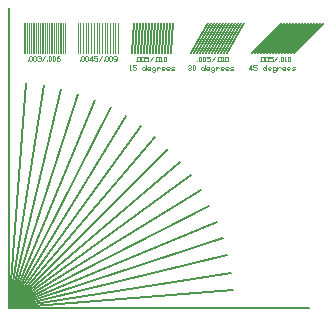
<source format=gbr>
%IPPOS*%
%FSLAX34Y34*%
%MOIN*%
%ADD10C,0.00200*%
%ADD11C,0.00500*%
%ADD12C,0.00300*%
%ADD13C,0.00450*%
%LNTEST3*%
%LPD*%
G54D11*
X0Y0D02*
X10000D01*
X0D02*
Y10000D01*
Y0D02*
X588Y7477D01*
X0Y0D02*
X1173Y7408D01*
X0Y0D02*
X1751Y7293D01*
X0Y0D02*
X2318Y7133D01*
X0Y0D02*
X2870Y6929D01*
X0Y0D02*
X3405Y6683D01*
X0Y0D02*
X3919Y6395D01*
X0Y0D02*
X4408Y6068D01*
X0Y0D02*
X4871Y5703D01*
X0Y0D02*
X5303Y5303D01*
X0Y0D02*
X5703Y4871D01*
X0Y0D02*
X6068Y4408D01*
X0Y0D02*
X6395Y3919D01*
X0Y0D02*
X6683Y3405D01*
X0Y0D02*
X6929Y2870D01*
X0Y0D02*
X7133Y2318D01*
X0Y0D02*
X7293Y1751D01*
X0Y0D02*
X7408Y1173D01*
X0Y0D02*
X7477Y588D01*
G54D12*
X500Y8500D02*
Y9500D01*
X560Y8500D02*
Y9500D01*
X620Y8500D02*
Y9500D01*
X680Y8500D02*
Y9500D01*
X740Y8500D02*
Y9500D01*
X800Y8500D02*
Y9500D01*
X860Y8500D02*
Y9500D01*
X920Y8500D02*
Y9500D01*
X980Y8500D02*
Y9500D01*
X1040Y8500D02*
Y9500D01*
X1100Y8500D02*
Y9500D01*
X1160Y8500D02*
Y9500D01*
X1220Y8500D02*
Y9500D01*
X1280Y8500D02*
Y9500D01*
X1340Y8500D02*
Y9500D01*
X1400Y8500D02*
Y9500D01*
X1460Y8500D02*
Y9500D01*
X1520Y8500D02*
Y9500D01*
X1580Y8500D02*
Y9500D01*
X1640Y8500D02*
Y9500D01*
X1700Y8500D02*
Y9500D01*
X1760Y8500D02*
Y9500D01*
X1820Y8500D02*
Y9500D01*
X1880Y8500D02*
Y9500D01*
X640Y8230D02*
Y8257D01*
X720Y8230D02*
X693Y8257D01*
Y8363D01*
X720Y8390D01*
X747D01*
X773Y8363D01*
Y8257D01*
X747Y8230D01*
X720D01*
X853D02*
X827Y8257D01*
Y8363D01*
X853Y8390D01*
X880D01*
X907Y8363D01*
Y8257D01*
X880Y8230D01*
X853D01*
X960Y8363D02*
X987Y8390D01*
X1040D01*
X1067Y8363D01*
Y8337D01*
X1040Y8310D01*
X1013D01*
X1040D02*
X1067Y8283D01*
Y8257D01*
X1040Y8230D01*
X987D01*
X960Y8257D01*
X1120Y8230D02*
X1227Y8390D01*
X1280Y8230D02*
Y8257D01*
X1360Y8230D02*
X1333Y8257D01*
Y8363D01*
X1360Y8390D01*
X1387D01*
X1413Y8363D01*
Y8257D01*
X1387Y8230D01*
X1360D01*
X1493D02*
X1467Y8257D01*
Y8363D01*
X1493Y8390D01*
X1520D01*
X1547Y8363D01*
Y8257D01*
X1520Y8230D01*
X1493D01*
X1600Y8310D02*
X1680D01*
X1707Y8283D01*
Y8257D01*
X1680Y8230D01*
X1627D01*
X1600Y8257D01*
Y8337D01*
X1653Y8390D01*
X1680D01*
G54D13*
X2300Y8500D02*
Y9500D01*
X2390Y8500D02*
Y9500D01*
X2480Y8500D02*
Y9500D01*
X2570Y8500D02*
Y9500D01*
X2660Y8500D02*
Y9500D01*
X2750Y8500D02*
Y9500D01*
X2840Y8500D02*
Y9500D01*
X2930Y8500D02*
Y9500D01*
X3020Y8500D02*
Y9500D01*
X3110Y8500D02*
Y9500D01*
X3200Y8500D02*
Y9500D01*
X3290Y8500D02*
Y9500D01*
X3380Y8500D02*
Y9500D01*
X3470Y8500D02*
Y9500D01*
X3560Y8500D02*
Y9500D01*
X3650Y8500D02*
Y9500D01*
G54D12*
X2370Y8220D02*
Y8247D01*
X2450Y8220D02*
X2423Y8247D01*
Y8353D01*
X2450Y8380D01*
X2477D01*
X2503Y8353D01*
Y8247D01*
X2477Y8220D01*
X2450D01*
X2583D02*
X2557Y8247D01*
Y8353D01*
X2583Y8380D01*
X2610D01*
X2637Y8353D01*
Y8247D01*
X2610Y8220D01*
X2583D01*
X2797Y8273D02*
X2690D01*
X2770Y8380D01*
Y8220D01*
X2850Y8247D02*
X2877Y8220D01*
X2930D01*
X2957Y8247D01*
Y8300D01*
X2930Y8327D01*
X2850D01*
Y8380D01*
X2957D01*
X3010Y8220D02*
X3117Y8380D01*
X3170Y8220D02*
Y8247D01*
X3250Y8220D02*
X3223Y8247D01*
Y8353D01*
X3250Y8380D01*
X3277D01*
X3303Y8353D01*
Y8247D01*
X3277Y8220D01*
X3250D01*
X3383D02*
X3357Y8247D01*
Y8353D01*
X3383Y8380D01*
X3410D01*
X3437Y8353D01*
Y8247D01*
X3410Y8220D01*
X3383D01*
X3517D02*
X3543D01*
X3597Y8273D01*
Y8353D01*
X3570Y8380D01*
X3517D01*
X3490Y8353D01*
Y8327D01*
X3517Y8300D01*
X3597D01*
G54D11*
X4100Y8500D02*
X4190Y9500D01*
X4200Y8500D02*
X4290Y9500D01*
X4300Y8500D02*
X4390Y9500D01*
X4400Y8500D02*
X4490Y9500D01*
X4500Y8500D02*
X4590Y9500D01*
X4600Y8500D02*
X4690Y9500D01*
X4700Y8500D02*
X4790Y9500D01*
X4800Y8500D02*
X4890Y9500D01*
X4900Y8500D02*
X4990Y9500D01*
X5000Y8500D02*
X5090Y9500D01*
X5100Y8500D02*
X5190Y9500D01*
X5200Y8500D02*
X5290Y9500D01*
X5300Y8500D02*
X5390Y9500D01*
X5400Y8500D02*
X5490Y9500D01*
G54D12*
X4230Y8210D02*
Y8237D01*
X4310Y8210D02*
X4283Y8237D01*
Y8343D01*
X4310Y8370D01*
X4337D01*
X4363Y8343D01*
Y8237D01*
X4337Y8210D01*
X4310D01*
X4443D02*
X4417Y8237D01*
Y8343D01*
X4443Y8370D01*
X4470D01*
X4497Y8343D01*
Y8237D01*
X4470Y8210D01*
X4443D01*
X4550Y8237D02*
X4577Y8210D01*
X4630D01*
X4657Y8237D01*
Y8290D01*
X4630Y8317D01*
X4550D01*
Y8370D01*
X4657D01*
X4710Y8210D02*
X4817Y8370D01*
X4870Y8210D02*
Y8237D01*
X4950Y8210D02*
X4923Y8237D01*
Y8343D01*
X4950Y8370D01*
X4977D01*
X5003Y8343D01*
Y8237D01*
X4977Y8210D01*
X4950D01*
X5057Y8343D02*
X5083Y8370D01*
Y8210D01*
X5057D02*
X5110D01*
X5190D02*
X5163Y8237D01*
Y8343D01*
X5190Y8370D01*
X5217D01*
X5243Y8343D01*
Y8237D01*
X5217Y8210D01*
X5190D01*
X4030Y8053D02*
X4057Y8080D01*
Y7920D01*
X4030D02*
X4083D01*
X4137Y7947D02*
X4163Y7920D01*
X4217D01*
X4243Y7947D01*
Y8000D01*
X4217Y8027D01*
X4137D01*
Y8080D01*
X4243D01*
X4563Y7973D02*
X4510Y7920D01*
X4483D01*
X4457Y7947D01*
Y8000D01*
X4483Y8027D01*
X4510D01*
X4563Y7973D01*
Y8080D02*
Y7920D01*
X4617Y7973D02*
X4697D01*
X4723Y8000D01*
X4697Y8027D01*
X4643D01*
X4617Y8000D01*
Y7947D01*
X4643Y7920D01*
X4697D01*
X4777Y7893D02*
X4803Y7867D01*
X4857D01*
X4883Y7893D01*
Y8000D01*
X4857Y8027D01*
X4803D01*
X4777Y8000D01*
Y7947D01*
X4803Y7920D01*
X4883D01*
X4937D02*
Y8027D01*
Y7973D02*
X4990Y8027D01*
X5017D01*
X5043Y8000D01*
X5097Y7973D02*
X5177D01*
X5203Y8000D01*
X5177Y8027D01*
X5123D01*
X5097Y8000D01*
Y7947D01*
X5123Y7920D01*
X5177D01*
X5257Y7973D02*
X5337D01*
X5363Y8000D01*
X5337Y8027D01*
X5283D01*
X5257Y8000D01*
Y7947D01*
X5283Y7920D01*
X5337D01*
X5417D02*
X5497D01*
X5523Y7947D01*
X5497Y7973D01*
X5443D01*
X5417Y8000D01*
X5443Y8027D01*
X5523D01*
G54D11*
X6070Y8500D02*
X6640Y9500D01*
X6170Y8500D02*
X6740Y9500D01*
X6270Y8500D02*
X6840Y9500D01*
X6370Y8500D02*
X6940Y9500D01*
X6470Y8500D02*
X7040Y9500D01*
X6570Y8500D02*
X7140Y9500D01*
X6670Y8500D02*
X7240Y9500D01*
X6770Y8500D02*
X7340Y9500D01*
X6870Y8500D02*
X7440Y9500D01*
X6970Y8500D02*
X7540Y9500D01*
X7070Y8500D02*
X7640Y9500D01*
X7170Y8500D02*
X7740Y9500D01*
X7270Y8500D02*
X7840Y9500D01*
X8120Y8500D02*
X9110Y9500D01*
X8220Y8500D02*
X9210Y9500D01*
X8320Y8500D02*
X9310Y9500D01*
X8420Y8500D02*
X9410Y9500D01*
X8520Y8500D02*
X9510Y9500D01*
X8620Y8500D02*
X9610Y9500D01*
X8720Y8500D02*
X9710Y9500D01*
X8820Y8500D02*
X9810Y9500D01*
X8920Y8500D02*
X9910Y9500D01*
X9020Y8500D02*
X10010Y9500D01*
X9120Y8500D02*
X10110Y9500D01*
X9220Y8500D02*
X10210Y9500D01*
X9320Y8500D02*
X10310Y9500D01*
X9420Y8500D02*
X10410Y9500D01*
X9520Y8500D02*
X10510Y9500D01*
G54D12*
X6290Y8210D02*
Y8237D01*
X6370Y8210D02*
X6343Y8237D01*
Y8343D01*
X6370Y8370D01*
X6397D01*
X6423Y8343D01*
Y8237D01*
X6397Y8210D01*
X6370D01*
X6503D02*
X6477Y8237D01*
Y8343D01*
X6503Y8370D01*
X6530D01*
X6557Y8343D01*
Y8237D01*
X6530Y8210D01*
X6503D01*
X6610Y8237D02*
X6637Y8210D01*
X6690D01*
X6717Y8237D01*
Y8290D01*
X6690Y8317D01*
X6610D01*
Y8370D01*
X6717D01*
X6770Y8210D02*
X6877Y8370D01*
X6930Y8210D02*
Y8237D01*
X7010Y8210D02*
X6983Y8237D01*
Y8343D01*
X7010Y8370D01*
X7037D01*
X7063Y8343D01*
Y8237D01*
X7037Y8210D01*
X7010D01*
X7117Y8343D02*
X7143Y8370D01*
Y8210D01*
X7117D02*
X7170D01*
X7250D02*
X7223Y8237D01*
Y8343D01*
X7250Y8370D01*
X7277D01*
X7303Y8343D01*
Y8237D01*
X7277Y8210D01*
X7250D01*
X5970Y8053D02*
X5997Y8080D01*
X6050D01*
X6077Y8053D01*
Y8027D01*
X6050Y8000D01*
X6023D01*
X6050D02*
X6077Y7973D01*
Y7947D01*
X6050Y7920D01*
X5997D01*
X5970Y7947D01*
X6157Y7920D02*
X6130Y7947D01*
Y8053D01*
X6157Y8080D01*
X6183D01*
X6210Y8053D01*
Y7947D01*
X6183Y7920D01*
X6157D01*
X6530Y7973D02*
X6477Y7920D01*
X6450D01*
X6423Y7947D01*
Y8000D01*
X6450Y8027D01*
X6477D01*
X6530Y7973D01*
Y8080D02*
Y7920D01*
X6583Y7973D02*
X6663D01*
X6690Y8000D01*
X6663Y8027D01*
X6610D01*
X6583Y8000D01*
Y7947D01*
X6610Y7920D01*
X6663D01*
X6743Y7893D02*
X6770Y7867D01*
X6823D01*
X6850Y7893D01*
Y8000D01*
X6823Y8027D01*
X6770D01*
X6743Y8000D01*
Y7947D01*
X6770Y7920D01*
X6850D01*
X6903D02*
Y8027D01*
Y7973D02*
X6957Y8027D01*
X6983D01*
X7010Y8000D01*
X7063Y7973D02*
X7143D01*
X7170Y8000D01*
X7143Y8027D01*
X7090D01*
X7063Y8000D01*
Y7947D01*
X7090Y7920D01*
X7143D01*
X7223Y7973D02*
X7303D01*
X7330Y8000D01*
X7303Y8027D01*
X7250D01*
X7223Y8000D01*
Y7947D01*
X7250Y7920D01*
X7303D01*
X7383D02*
X7463D01*
X7490Y7947D01*
X7463Y7973D01*
X7410D01*
X7383Y8000D01*
X7410Y8027D01*
X7490D01*
X8370Y8210D02*
Y8237D01*
X8450Y8210D02*
X8423Y8237D01*
Y8343D01*
X8450Y8370D01*
X8477D01*
X8503Y8343D01*
Y8237D01*
X8477Y8210D01*
X8450D01*
X8583D02*
X8557Y8237D01*
Y8343D01*
X8583Y8370D01*
X8610D01*
X8637Y8343D01*
Y8237D01*
X8610Y8210D01*
X8583D01*
X8690Y8237D02*
X8717Y8210D01*
X8770D01*
X8797Y8237D01*
Y8290D01*
X8770Y8317D01*
X8690D01*
Y8370D01*
X8797D01*
X8850Y8210D02*
X8957Y8370D01*
X9010Y8210D02*
Y8237D01*
X9090Y8210D02*
X9063Y8237D01*
Y8343D01*
X9090Y8370D01*
X9117D01*
X9143Y8343D01*
Y8237D01*
X9117Y8210D01*
X9090D01*
X9197Y8343D02*
X9223Y8370D01*
Y8210D01*
X9197D02*
X9250D01*
X9330D02*
X9303Y8237D01*
Y8343D01*
X9330Y8370D01*
X9357D01*
X9383Y8343D01*
Y8237D01*
X9357Y8210D01*
X9330D01*
X8107Y7973D02*
X8000D01*
X8080Y8080D01*
Y7920D01*
X8160Y7947D02*
X8187Y7920D01*
X8240D01*
X8267Y7947D01*
Y8000D01*
X8240Y8027D01*
X8160D01*
Y8080D01*
X8267D01*
X8587Y7973D02*
X8533Y7920D01*
X8507D01*
X8480Y7947D01*
Y8000D01*
X8507Y8027D01*
X8533D01*
X8587Y7973D01*
Y8080D02*
Y7920D01*
X8640Y7973D02*
X8720D01*
X8747Y8000D01*
X8720Y8027D01*
X8667D01*
X8640Y8000D01*
Y7947D01*
X8667Y7920D01*
X8720D01*
X8800Y7893D02*
X8827Y7867D01*
X8880D01*
X8907Y7893D01*
Y8000D01*
X8880Y8027D01*
X8827D01*
X8800Y8000D01*
Y7947D01*
X8827Y7920D01*
X8907D01*
X8960D02*
Y8027D01*
Y7973D02*
X9013Y8027D01*
X9040D01*
X9067Y8000D01*
X9120Y7973D02*
X9200D01*
X9227Y8000D01*
X9200Y8027D01*
X9147D01*
X9120Y8000D01*
Y7947D01*
X9147Y7920D01*
X9200D01*
X9280Y7973D02*
X9360D01*
X9387Y8000D01*
X9360Y8027D01*
X9307D01*
X9280Y8000D01*
Y7947D01*
X9307Y7920D01*
X9360D01*
X9440D02*
X9520D01*
X9547Y7947D01*
X9520Y7973D01*
X9467D01*
X9440Y8000D01*
X9467Y8027D01*
X9547D01*
M02*

</source>
